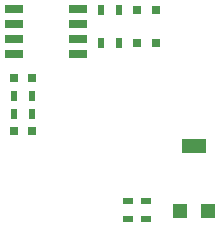
<source format=gbr>
G04 #@! TF.GenerationSoftware,KiCad,Pcbnew,(5.1.2)-1*
G04 #@! TF.CreationDate,2020-06-07T15:31:51+02:00*
G04 #@! TF.ProjectId,ir-detector,69722d64-6574-4656-9374-6f722e6b6963,rev?*
G04 #@! TF.SameCoordinates,Original*
G04 #@! TF.FileFunction,Paste,Top*
G04 #@! TF.FilePolarity,Positive*
%FSLAX46Y46*%
G04 Gerber Fmt 4.6, Leading zero omitted, Abs format (unit mm)*
G04 Created by KiCad (PCBNEW (5.1.2)-1) date 2020-06-07 15:31:51*
%MOMM*%
%LPD*%
G04 APERTURE LIST*
%ADD10R,0.900000X0.500000*%
%ADD11R,1.300000X1.300000*%
%ADD12R,2.000000X1.300000*%
%ADD13R,0.500000X0.900000*%
%ADD14R,1.525000X0.650000*%
%ADD15R,0.800000X0.800000*%
%ADD16R,0.800000X0.750000*%
G04 APERTURE END LIST*
D10*
X77436000Y-62878000D03*
X77436000Y-64378000D03*
X75936000Y-62878000D03*
X75936000Y-64378000D03*
D11*
X80350000Y-63750000D03*
D12*
X81500000Y-58250000D03*
D11*
X82650000Y-63750000D03*
D13*
X73672000Y-49530000D03*
X75172000Y-49530000D03*
X73672000Y-46736000D03*
X75172000Y-46736000D03*
X66250000Y-54000000D03*
X67750000Y-54000000D03*
X66250000Y-55500000D03*
X67750000Y-55500000D03*
D14*
X66288000Y-50405000D03*
X66288000Y-49135000D03*
X66288000Y-47865000D03*
X66288000Y-46595000D03*
X71712000Y-46595000D03*
X71712000Y-47865000D03*
X71712000Y-49135000D03*
X71712000Y-50405000D03*
D15*
X76670000Y-49530000D03*
X78270000Y-49530000D03*
X76670000Y-46736000D03*
X78270000Y-46736000D03*
D16*
X66250000Y-52500000D03*
X67750000Y-52500000D03*
X66250000Y-57000000D03*
X67750000Y-57000000D03*
M02*

</source>
